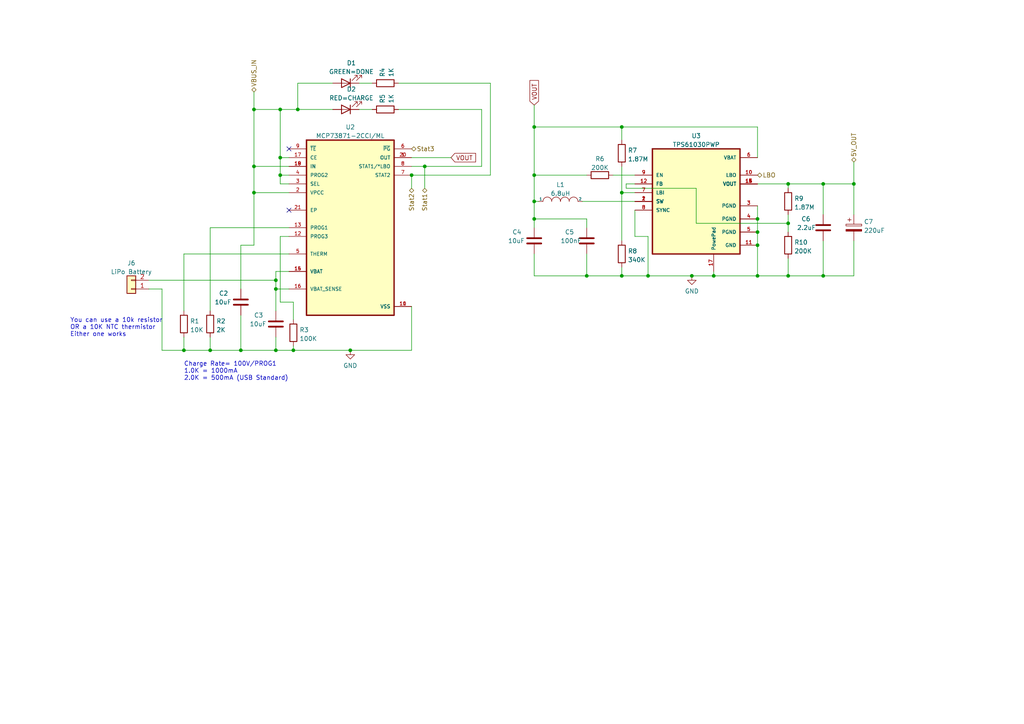
<source format=kicad_sch>
(kicad_sch (version 20211123) (generator eeschema)
  (paper "A4")
  (lib_symbols
    (symbol "Connector_Generic:Conn_01x02" (pin_names (offset 1.016) hide)
      (property "Reference" "J" (at 0 2.54 0))
      (property "Value" "Conn_01x02" (at 0 -5.08 0))
      (symbol "Conn_01x02_1_1"
        (rectangle (start -1.27 -2.413) (end 0 -2.667) (stroke (width 0.1524)))
        (rectangle (start -1.27 0.127) (end 0 -0.127) (stroke (width 0.1524)))
        (rectangle (start -1.27 1.27) (end 1.27 -3.81) (stroke (width 0.254)) (fill (type background)))
        (pin passive line (at -5.08 0 0) (length 3.81) (name "Pin_1") (number "1"))
        (pin passive line (at -5.08 -2.54 0) (length 3.81) (name "Pin_2") (number "2"))
      )
    )
    (symbol "Device:C" (pin_numbers hide) (pin_names (offset 0.254))
      (property "Reference" "C" (at 0.635 2.54 0))
      (property "Value" "C" (at 0.635 -2.54 0))
      (symbol "C_0_1"
        (polyline (pts (xy -2.032 -0.762) (xy 2.032 -0.762)) (stroke (width 0.508)))
        (polyline (pts (xy -2.032 0.762) (xy 2.032 0.762)) (stroke (width 0.508)))
      )
      (symbol "C_1_1"
        (pin passive line (at 0 3.81 270) (length 2.794) (name "~") (number "1"))
        (pin passive line (at 0 -3.81 90) (length 2.794) (name "~") (number "2"))
      )
    )
    (symbol "Device:C_Polarized" (pin_numbers hide) (pin_names (offset 0.254))
      (property "Reference" "C" (at 0.635 2.54 0))
      (property "Value" "C_Polarized" (at 0.635 -2.54 0))
      (symbol "C_Polarized_0_1"
        (rectangle (start -2.286 0.508) (end 2.286 1.016))
        (polyline (pts (xy -1.778 2.286) (xy -0.762 2.286)))
        (polyline (pts (xy -1.27 2.794) (xy -1.27 1.778)))
        (rectangle (start 2.286 -0.508) (end -2.286 -1.016) (fill (type outline)))
      )
      (symbol "C_Polarized_1_1"
        (pin passive line (at 0 3.81 270) (length 2.794) (name "~") (number "1"))
        (pin passive line (at 0 -3.81 90) (length 2.794) (name "~") (number "2"))
      )
    )
    (symbol "Device:LED" (pin_numbers hide) (pin_names (offset 1.016) hide)
      (property "Reference" "D" (at 0 2.54 0))
      (property "Value" "LED" (at 0 -2.54 0))
      (symbol "LED_0_1"
        (polyline (pts (xy -1.27 -1.27) (xy -1.27 1.27)) (stroke (width 0.254)))
        (polyline (pts (xy -1.27 0) (xy 1.27 0)))
        (polyline (pts (xy 1.27 -1.27) (xy 1.27 1.27) (xy -1.27 0) (xy 1.27 -1.27)) (stroke (width 0.254)))
        (polyline (pts (xy -3.048 -0.762) (xy -4.572 -2.286) (xy -3.81 -2.286) (xy -4.572 -2.286) (xy -4.572 -1.524)))
        (polyline (pts (xy -1.778 -0.762) (xy -3.302 -2.286) (xy -2.54 -2.286) (xy -3.302 -2.286) (xy -3.302 -1.524)))
      )
      (symbol "LED_1_1"
        (pin passive line (at -3.81 0 0) (length 2.54) (name "K") (number "1"))
        (pin passive line (at 3.81 0 180) (length 2.54) (name "A") (number "2"))
      )
    )
    (symbol "Device:R" (pin_numbers hide) (pin_names (offset 0))
      (property "Reference" "R" (at 2.032 0 90))
      (property "Value" "R" (at 0 0 90))
      (symbol "R_0_1"
        (rectangle (start -1.016 -2.54) (end 1.016 2.54) (stroke (width 0.254)))
      )
      (symbol "R_1_1"
        (pin passive line (at 0 3.81 270) (length 1.27) (name "~") (number "1"))
        (pin passive line (at 0 -3.81 90) (length 1.27) (name "~") (number "2"))
      )
    )
    (symbol "MCP73871-2CCI_ML:MCP73871-2CCI{slash}ML" (pin_names (offset 1.016))
      (property "Reference" "U" (at -12.7 26.3906 0))
      (property "Value" "MCP73871-2CCI{slash}ML" (at -12.7 -29.3878 0))
      (symbol "MCP73871-2CCI{slash}ML_0_0"
        (rectangle (start -12.7 -25.4) (end 12.7 25.4) (stroke (width 0.4064)) (fill (type background)))
        (pin output line (at 17.78 20.32 180) (length 5.08) (name "OUT") (number "1"))
        (pin power_in line (at 17.78 -22.86 180) (length 5.08) (name "VSS") (number "10"))
        (pin power_in line (at 17.78 -22.86 180) (length 5.08) (name "VSS") (number "11"))
        (pin bidirectional line (at -17.78 -2.54 0) (length 5.08) (name "PROG3") (number "12"))
        (pin bidirectional line (at -17.78 0 0) (length 5.08) (name "PROG1") (number "13"))
        (pin bidirectional line (at -17.78 -12.7 0) (length 5.08) (name "VBAT") (number "14"))
        (pin bidirectional line (at -17.78 -12.7 0) (length 5.08) (name "VBAT") (number "15"))
        (pin bidirectional line (at -17.78 -17.78 0) (length 5.08) (name "VBAT_SENSE") (number "16"))
        (pin input line (at -17.78 20.32 0) (length 5.08) (name "CE") (number "17"))
        (pin input line (at -17.78 17.78 0) (length 5.08) (name "IN") (number "18"))
        (pin input line (at -17.78 17.78 0) (length 5.08) (name "IN") (number "19"))
        (pin input line (at -17.78 10.16 0) (length 5.08) (name "VPCC") (number "2"))
        (pin output line (at 17.78 20.32 180) (length 5.08) (name "OUT") (number "20"))
        (pin bidirectional line (at -17.78 5.08 0) (length 5.08) (name "EP") (number "21"))
        (pin input line (at -17.78 12.7 0) (length 5.08) (name "SEL") (number "3"))
        (pin input line (at -17.78 15.24 0) (length 5.08) (name "PROG2") (number "4"))
        (pin bidirectional line (at -17.78 -7.62 0) (length 5.08) (name "THERM") (number "5"))
        (pin output line (at 17.78 22.86 180) (length 5.08) (name "~{PG}") (number "6"))
        (pin output line (at 17.78 15.24 180) (length 5.08) (name "STAT2") (number "7"))
        (pin output line (at 17.78 17.78 180) (length 5.08) (name "STAT1/*LBO") (number "8"))
        (pin input line (at -17.78 22.86 0) (length 5.08) (name "~{TE}") (number "9"))
      )
    )
    (symbol "TPS61030PWP:TPS61030PWP" (pin_names (offset 1.016))
      (property "Reference" "U" (at -12.7 16.2306 0))
      (property "Value" "TPS61030PWP" (at -12.7 -19.2278 0))
      (symbol "TPS61030PWP_0_0"
        (rectangle (start -12.7 -15.24) (end 12.7 15.24) (stroke (width 0.4064)) (fill (type background)))
        (pin input line (at -17.78 0 0) (length 5.08) (name "SW") (number "1"))
        (pin output line (at 17.78 7.62 180) (length 5.08) (name "LBO") (number "10"))
        (pin input line (at 17.78 -12.7 180) (length 5.08) (name "GND") (number "11"))
        (pin input line (at -17.78 5.08 0) (length 5.08) (name "FB") (number "12"))
        (pin output line (at 17.78 5.08 180) (length 5.08) (name "VOUT") (number "13"))
        (pin output line (at 17.78 5.08 180) (length 5.08) (name "VOUT") (number "14"))
        (pin output line (at 17.78 5.08 180) (length 5.08) (name "VOUT") (number "15"))
        (pin input line (at 5.08 -20.32 90) (length 5.08) (name "PowePad") (number "17"))
        (pin input line (at -17.78 0 0) (length 5.08) (name "SW") (number "2"))
        (pin input line (at 17.78 -1.27 180) (length 5.08) (name "PGND") (number "3"))
        (pin input line (at 17.78 -5.08 180) (length 5.08) (name "PGND") (number "4"))
        (pin input line (at 17.78 -8.89 180) (length 5.08) (name "PGND") (number "5"))
        (pin power_in line (at 17.78 12.7 180) (length 5.08) (name "VBAT") (number "6"))
        (pin input line (at -17.78 2.54 0) (length 5.08) (name "LBI") (number "7"))
        (pin input line (at -17.78 -2.54 0) (length 5.08) (name "SYNC") (number "8"))
        (pin input line (at -17.78 7.62 0) (length 5.08) (name "EN") (number "9"))
      )
    )
    (symbol "power:GND" (power) (pin_names (offset 0))
      (property "Value" "GND" (at 0 -3.81 0))
      (symbol "GND_0_1"
        (polyline (pts (xy 0 0) (xy 0 -1.27) (xy 1.27 -1.27) (xy 0 -2.54) (xy -1.27 -1.27) (xy 0 -1.27)))
      )
      (symbol "GND_1_1"
        (pin power_in line (at 0 0 270) (length 0) hide (name "GND") (number "1"))
      )
    )
    (symbol "pspice:INDUCTOR" (pin_numbers hide) (pin_names (offset 0))
      (property "Reference" "L" (at 0 2.54 0))
      (property "Value" "INDUCTOR" (at 0 -1.27 0))
      (symbol "INDUCTOR_0_1"
        (arc (start -2.54 0) (mid -3.81 1.27) (end -5.08 0))
        (arc (start 0 0) (mid -1.27 1.27) (end -2.54 0))
        (arc (start 2.54 0) (mid 1.27 1.27) (end 0 0))
        (arc (start 5.08 0) (mid 3.81 1.27) (end 2.54 0))
      )
      (symbol "INDUCTOR_1_1"
        (pin input line (at -6.35 0 0) (length 1.27) (name "1") (number "1"))
        (pin input line (at 6.35 0 180) (length 1.27) (name "2") (number "2"))
      )
    )
  )
  (junction (at 219.71 71.12))
  (junction (at 219.71 63.5))
  (junction (at 238.76 53.34))
  (junction (at 73.66 48.26))
  (junction (at 219.71 80.01))
  (junction (at 228.6 80.01))
  (junction (at 81.28 45.72))
  (junction (at 180.34 36.83))
  (junction (at 154.94 36.83))
  (junction (at 180.34 80.01))
  (junction (at 73.66 31.75))
  (junction (at 69.85 101.6))
  (junction (at 119.38 50.8))
  (junction (at 187.96 80.01))
  (junction (at 81.28 31.75))
  (junction (at 80.01 101.6))
  (junction (at 154.94 50.8))
  (junction (at 228.6 53.34))
  (junction (at 247.65 53.34))
  (junction (at 154.94 58.42))
  (junction (at 207.01 80.01))
  (junction (at 180.34 55.88))
  (junction (at 238.76 80.01))
  (junction (at 101.6 101.6))
  (junction (at 154.94 63.5))
  (junction (at 53.34 101.6))
  (junction (at 80.01 83.82))
  (junction (at 123.19 48.26))
  (junction (at 60.96 101.6))
  (junction (at 73.66 55.88))
  (junction (at 219.71 67.31))
  (junction (at 200.66 80.01))
  (junction (at 170.18 80.01))
  (junction (at 86.36 31.75))
  (junction (at 80.01 81.28))
  (junction (at 228.6 64.77))
  (junction (at 85.09 101.6))
  (junction (at 81.28 50.8))
  (no_connect (at 83.82 43.18))
  (no_connect (at 83.82 60.96))
  (wire (pts (xy 60.96 97.79) (xy 60.96 101.6)))
  (wire (pts (xy 228.6 74.93) (xy 228.6 80.01)))
  (wire (pts (xy 177.8 50.8) (xy 184.15 50.8)))
  (wire (pts (xy 228.6 62.23) (xy 228.6 64.77)))
  (wire (pts (xy 180.34 36.83) (xy 154.94 36.83)))
  (wire (pts (xy 180.34 80.01) (xy 187.96 80.01)))
  (wire (pts (xy 83.82 83.82) (xy 80.01 83.82)))
  (wire (pts (xy 119.38 101.6) (xy 101.6 101.6)))
  (wire (pts (xy 119.38 48.26) (xy 123.19 48.26)))
  (wire (pts (xy 119.38 45.72) (xy 130.81 45.72)))
  (wire (pts (xy 219.71 36.83) (xy 180.34 36.83)))
  (wire (pts (xy 238.76 69.85) (xy 238.76 80.01)))
  (wire (pts (xy 170.18 66.04) (xy 170.18 63.5)))
  (wire (pts (xy 60.96 66.04) (xy 60.96 90.17)))
  (wire (pts (xy 154.94 73.66) (xy 154.94 80.01)))
  (wire (pts (xy 123.19 48.26) (xy 123.19 54.61)))
  (wire (pts (xy 154.94 58.42) (xy 154.94 63.5)))
  (wire (pts (xy 73.66 55.88) (xy 83.82 55.88)))
  (wire (pts (xy 247.65 46.99) (xy 247.65 53.34)))
  (wire (pts (xy 238.76 53.34) (xy 247.65 53.34)))
  (wire (pts (xy 115.57 31.75) (xy 139.7 31.75)))
  (wire (pts (xy 73.66 31.75) (xy 73.66 48.26)))
  (wire (pts (xy 154.94 80.01) (xy 170.18 80.01)))
  (wire (pts (xy 187.96 80.01) (xy 200.66 80.01)))
  (wire (pts (xy 81.28 31.75) (xy 81.28 45.72)))
  (wire (pts (xy 181.61 53.34) (xy 181.61 54.61)))
  (wire (pts (xy 104.14 24.13) (xy 107.95 24.13)))
  (wire (pts (xy 119.38 88.9) (xy 119.38 101.6)))
  (wire (pts (xy 207.01 80.01) (xy 200.66 80.01)))
  (wire (pts (xy 139.7 48.26) (xy 139.7 31.75)))
  (wire (pts (xy 228.6 53.34) (xy 238.76 53.34)))
  (wire (pts (xy 73.66 71.12) (xy 69.85 71.12)))
  (wire (pts (xy 43.18 81.28) (xy 80.01 81.28)))
  (wire (pts (xy 154.94 50.8) (xy 170.18 50.8)))
  (wire (pts (xy 119.38 50.8) (xy 119.38 54.61)))
  (wire (pts (xy 69.85 71.12) (xy 69.85 83.82)))
  (wire (pts (xy 228.6 53.34) (xy 228.6 54.61)))
  (wire (pts (xy 85.09 100.33) (xy 85.09 101.6)))
  (wire (pts (xy 83.82 73.66) (xy 53.34 73.66)))
  (wire (pts (xy 73.66 55.88) (xy 73.66 71.12)))
  (wire (pts (xy 73.66 31.75) (xy 81.28 31.75)))
  (wire (pts (xy 247.65 80.01) (xy 238.76 80.01)))
  (wire (pts (xy 86.36 31.75) (xy 96.52 31.75)))
  (wire (pts (xy 73.66 48.26) (xy 83.82 48.26)))
  (wire (pts (xy 181.61 54.61) (xy 201.93 54.61)))
  (wire (pts (xy 83.82 53.34) (xy 81.28 53.34)))
  (wire (pts (xy 53.34 101.6) (xy 60.96 101.6)))
  (wire (pts (xy 219.71 71.12) (xy 219.71 80.01)))
  (wire (pts (xy 83.82 68.58) (xy 81.28 68.58)))
  (wire (pts (xy 73.66 48.26) (xy 73.66 55.88)))
  (wire (pts (xy 86.36 24.13) (xy 86.36 31.75)))
  (wire (pts (xy 81.28 53.34) (xy 81.28 50.8)))
  (wire (pts (xy 81.28 50.8) (xy 81.28 45.72)))
  (wire (pts (xy 80.01 83.82) (xy 80.01 90.17)))
  (wire (pts (xy 180.34 55.88) (xy 184.15 55.88)))
  (wire (pts (xy 238.76 80.01) (xy 228.6 80.01)))
  (wire (pts (xy 53.34 97.79) (xy 53.34 101.6)))
  (wire (pts (xy 142.24 50.8) (xy 142.24 24.13)))
  (wire (pts (xy 81.28 68.58) (xy 81.28 87.63)))
  (wire (pts (xy 80.01 101.6) (xy 85.09 101.6)))
  (wire (pts (xy 53.34 73.66) (xy 53.34 90.17)))
  (wire (pts (xy 184.15 60.96) (xy 184.15 68.58)))
  (wire (pts (xy 81.28 31.75) (xy 86.36 31.75)))
  (wire (pts (xy 219.71 63.5) (xy 219.71 67.31)))
  (wire (pts (xy 201.93 54.61) (xy 201.93 64.77)))
  (wire (pts (xy 170.18 80.01) (xy 180.34 80.01)))
  (wire (pts (xy 219.71 53.34) (xy 228.6 53.34)))
  (wire (pts (xy 81.28 87.63) (xy 85.09 87.63)))
  (wire (pts (xy 73.66 26.67) (xy 73.66 31.75)))
  (wire (pts (xy 46.99 83.82) (xy 46.99 101.6)))
  (wire (pts (xy 154.94 30.48) (xy 154.94 36.83)))
  (wire (pts (xy 154.94 36.83) (xy 154.94 50.8)))
  (wire (pts (xy 170.18 73.66) (xy 170.18 80.01)))
  (wire (pts (xy 69.85 101.6) (xy 80.01 101.6)))
  (wire (pts (xy 83.82 45.72) (xy 81.28 45.72)))
  (wire (pts (xy 83.82 66.04) (xy 60.96 66.04)))
  (wire (pts (xy 180.34 55.88) (xy 180.34 69.85)))
  (wire (pts (xy 228.6 64.77) (xy 228.6 67.31)))
  (wire (pts (xy 180.34 77.47) (xy 180.34 80.01)))
  (wire (pts (xy 85.09 101.6) (xy 101.6 101.6)))
  (wire (pts (xy 180.34 36.83) (xy 180.34 40.64)))
  (wire (pts (xy 43.18 83.82) (xy 46.99 83.82)))
  (wire (pts (xy 219.71 80.01) (xy 207.01 80.01)))
  (wire (pts (xy 247.65 53.34) (xy 247.65 62.23)))
  (wire (pts (xy 201.93 64.77) (xy 228.6 64.77)))
  (wire (pts (xy 219.71 67.31) (xy 219.71 71.12)))
  (wire (pts (xy 184.15 53.34) (xy 181.61 53.34)))
  (wire (pts (xy 238.76 53.34) (xy 238.76 62.23)))
  (wire (pts (xy 80.01 78.74) (xy 80.01 81.28)))
  (wire (pts (xy 154.94 58.42) (xy 156.21 58.42)))
  (wire (pts (xy 60.96 101.6) (xy 69.85 101.6)))
  (wire (pts (xy 85.09 87.63) (xy 85.09 92.71)))
  (wire (pts (xy 154.94 63.5) (xy 154.94 66.04)))
  (wire (pts (xy 207.01 78.74) (xy 207.01 80.01)))
  (wire (pts (xy 219.71 45.72) (xy 219.71 36.83)))
  (wire (pts (xy 104.14 31.75) (xy 107.95 31.75)))
  (wire (pts (xy 247.65 69.85) (xy 247.65 80.01)))
  (wire (pts (xy 96.52 24.13) (xy 86.36 24.13)))
  (wire (pts (xy 219.71 59.69) (xy 219.71 63.5)))
  (wire (pts (xy 180.34 48.26) (xy 180.34 55.88)))
  (wire (pts (xy 228.6 80.01) (xy 219.71 80.01)))
  (wire (pts (xy 168.91 58.42) (xy 184.15 58.42)))
  (wire (pts (xy 119.38 50.8) (xy 142.24 50.8)))
  (wire (pts (xy 46.99 101.6) (xy 53.34 101.6)))
  (wire (pts (xy 83.82 78.74) (xy 80.01 78.74)))
  (wire (pts (xy 187.96 68.58) (xy 187.96 80.01)))
  (wire (pts (xy 123.19 48.26) (xy 139.7 48.26)))
  (wire (pts (xy 142.24 24.13) (xy 115.57 24.13)))
  (wire (pts (xy 80.01 83.82) (xy 80.01 81.28)))
  (wire (pts (xy 80.01 97.79) (xy 80.01 101.6)))
  (wire (pts (xy 83.82 50.8) (xy 81.28 50.8)))
  (wire (pts (xy 154.94 63.5) (xy 170.18 63.5)))
  (wire (pts (xy 154.94 50.8) (xy 154.94 58.42)))
  (wire (pts (xy 69.85 91.44) (xy 69.85 101.6)))
  (wire (pts (xy 184.15 68.58) (xy 187.96 68.58)))
  (text "Charge Rate= 100V/PROG1\n1.0K = 1000mA\n2.0K = 500mA (USB Standard)\n" (at 53.34 110.49 0) (effects (font (size 1.27 1.27)) (justify left bottom)))
  (text "You can use a 10k resistor\nOR a 10K NTC thermistor\nEither one works" (at 20.32 97.79 0) (effects (font (size 1.27 1.27)) (justify left bottom)))
  (global_label "VOUT" (shape input) (at 154.94 30.48 90) (property "Intersheet References" "${INTERSHEET_REFS}" (effects hide)))
  (global_label "VOUT" (shape input) (at 130.81 45.72 0) (property "Intersheet References" "${INTERSHEET_REFS}" (effects hide)))
  (hierarchical_label "Stat2" (shape bidirectional) (at 119.38 54.61 270))
  (hierarchical_label "5V_OUT" (shape bidirectional) (at 247.65 46.99 90))
  (hierarchical_label "LBO" (shape bidirectional) (at 219.71 50.8 0))
  (hierarchical_label "VBUS_IN" (shape bidirectional) (at 73.66 26.67 90))
  (hierarchical_label "Stat3" (shape bidirectional) (at 119.38 43.18 0))
  (hierarchical_label "Stat1" (shape bidirectional) (at 123.19 54.61 270))
  (symbol (lib_id "Device:LED") (at 100.33 31.75 180) (unit 1)
    (property "Reference" "D2" (at 101.9175 25.8912 0))
    (property "Value" "RED=CHARGE" (at 101.9175 28.4281 0))
    (property "Footprint" "LED_SMD:LED_1206_3216Metric" (effects hide))
  )
  (symbol (lib_id "Connector_Generic:Conn_01x02") (at 38.1 83.82 180) (unit 1)
    (property "Reference" "J6" (at 38.1 76.3102 0))
    (property "Value" "LiPo Battery" (at 38.1 78.8471 0))
    (property "Footprint" "Connector_PinHeader_2.54mm:PinHeader_1x02_P2.54mm_Vertical" (effects hide))
  )
  (symbol (lib_id "Device:R") (at 180.34 44.45 180) (unit 1)
    (property "Reference" "R7" (at 182.118 43.6153 0) (effects (justify right)))
    (property "Value" "1.87M" (at 182.118 46.1522 0) (effects (justify right)))
    (property "Footprint" "Resistor_SMD:R_1206_3216Metric" (effects hide))
  )
  (symbol (lib_id "Device:C") (at 170.18 69.85 0) (unit 1)
    (property "Reference" "C5" (at 163.83 67.31 0) (effects (justify left)))
    (property "Value" "100nF" (at 162.56 69.85 0) (effects (justify left)))
    (property "Footprint" "Capacitor_SMD:C_1206_3216Metric" (effects hide))
  )
  (symbol (lib_id "MCP73871-2CCI_ML:MCP73871-2CCI{slash}ML") (at 101.6 66.04 0) (unit 1)
    (property "Reference" "U2" (at 101.6 36.864 0))
    (property "Value" "MCP73871-2CCI/ML" (at 101.6 39.4009 0))
    (property "Footprint" "MCP73871-2CCI_ML:QFN50P400X400X100-21N" (effects hide))
  )
  (symbol (lib_id "power:GND") (at 101.6 101.6 0) (unit 1)
    (property "Reference" "#PWR016" (effects hide))
    (property "Value" "GND" (at 101.6 106.0434 0))
  )
  (symbol (lib_id "Device:R") (at 111.76 24.13 270) (unit 1)
    (property "Reference" "R4" (at 110.9253 22.352 0) (effects (justify right)))
    (property "Value" "1K" (at 113.4622 22.352 0) (effects (justify right)))
    (property "Footprint" "Resistor_SMD:R_1206_3216Metric" (effects hide))
  )
  (symbol (lib_id "Device:LED") (at 100.33 24.13 180) (unit 1)
    (property "Reference" "D1" (at 101.9175 18.2712 0))
    (property "Value" "GREEN=DONE" (at 101.9175 20.8081 0))
    (property "Footprint" "LED_SMD:LED_1206_3216Metric" (effects hide))
  )
  (symbol (lib_id "pspice:INDUCTOR") (at 162.56 58.42 0) (unit 1)
    (property "Reference" "L1" (at 162.56 53.5772 0))
    (property "Value" "6.8uH" (at 162.56 56.1141 0))
    (property "Footprint" "Inductor_SMD:L_Bourns-SRN8040_8x8.15mm" (effects hide))
  )
  (symbol (lib_id "Device:C") (at 80.01 93.98 0) (unit 1)
    (property "Reference" "C3" (at 73.66 91.44 0) (effects (justify left)))
    (property "Value" "10uF" (at 72.39 93.98 0) (effects (justify left)))
    (property "Footprint" "Capacitor_SMD:C_1206_3216Metric" (effects hide))
  )
  (symbol (lib_id "Device:R") (at 173.99 50.8 270) (unit 1)
    (property "Reference" "R6" (at 173.99 46.0842 90))
    (property "Value" "200K" (at 173.99 48.6211 90))
    (property "Footprint" "Resistor_SMD:R_1206_3216Metric" (effects hide))
  )
  (symbol (lib_id "Device:R") (at 85.09 96.52 180) (unit 1)
    (property "Reference" "R3" (at 86.868 95.6853 0) (effects (justify right)))
    (property "Value" "100K" (at 86.868 98.2222 0) (effects (justify right)))
    (property "Footprint" "Resistor_SMD:R_1206_3216Metric" (effects hide))
  )
  (symbol (lib_id "Device:C") (at 69.85 87.63 0) (unit 1)
    (property "Reference" "C2" (at 63.5 85.09 0) (effects (justify left)))
    (property "Value" "10uF" (at 62.23 87.63 0) (effects (justify left)))
    (property "Footprint" "Capacitor_SMD:C_1206_3216Metric" (effects hide))
  )
  (symbol (lib_id "Device:R") (at 228.6 71.12 0) (unit 1)
    (property "Reference" "R10" (at 230.378 70.2853 0) (effects (justify left)))
    (property "Value" "200K" (at 230.378 72.8222 0) (effects (justify left)))
    (property "Footprint" "Resistor_SMD:R_1206_3216Metric" (effects hide))
  )
  (symbol (lib_id "Device:C") (at 154.94 69.85 0) (unit 1)
    (property "Reference" "C4" (at 148.59 67.31 0) (effects (justify left)))
    (property "Value" "10uF" (at 147.32 69.85 0) (effects (justify left)))
    (property "Footprint" "Capacitor_SMD:C_1206_3216Metric" (effects hide))
  )
  (symbol (lib_id "Device:R") (at 60.96 93.98 180) (unit 1)
    (property "Reference" "R2" (at 62.738 93.1453 0) (effects (justify right)))
    (property "Value" "2K" (at 62.738 95.6822 0) (effects (justify right)))
    (property "Footprint" "Resistor_SMD:R_1206_3216Metric" (effects hide))
  )
  (symbol (lib_id "Device:C") (at 238.76 66.04 0) (unit 1)
    (property "Reference" "C6" (at 232.41 63.5 0) (effects (justify left)))
    (property "Value" "2.2uF" (at 231.14 66.04 0) (effects (justify left)))
    (property "Footprint" "Capacitor_SMD:C_1206_3216Metric" (effects hide))
  )
  (symbol (lib_id "Device:R") (at 111.76 31.75 270) (unit 1)
    (property "Reference" "R5" (at 110.9253 29.972 0) (effects (justify right)))
    (property "Value" "1K" (at 113.4622 29.972 0) (effects (justify right)))
    (property "Footprint" "Resistor_SMD:R_1206_3216Metric" (effects hide))
  )
  (symbol (lib_id "Device:R") (at 228.6 58.42 180) (unit 1)
    (property "Reference" "R9" (at 230.378 57.5853 0) (effects (justify right)))
    (property "Value" "1.87M" (at 230.378 60.1222 0) (effects (justify right)))
    (property "Footprint" "Resistor_SMD:R_1206_3216Metric" (effects hide))
  )
  (symbol (lib_id "Device:R") (at 180.34 73.66 180) (unit 1)
    (property "Reference" "R8" (at 182.118 72.8253 0) (effects (justify right)))
    (property "Value" "340K" (at 182.118 75.3622 0) (effects (justify right)))
    (property "Footprint" "Resistor_SMD:R_1206_3216Metric" (effects hide))
  )
  (symbol (lib_id "power:GND") (at 200.66 80.01 0) (unit 1)
    (property "Reference" "#PWR017" (effects hide))
    (property "Value" "GND" (at 200.66 84.4534 0))
  )
  (symbol (lib_id "Device:R") (at 53.34 93.98 180) (unit 1)
    (property "Reference" "R1" (at 55.118 93.1453 0) (effects (justify right)))
    (property "Value" "10K" (at 55.118 95.6822 0) (effects (justify right)))
    (property "Footprint" "Resistor_SMD:R_1206_3216Metric" (effects hide))
  )
  (symbol (lib_id "Device:C_Polarized") (at 247.65 66.04 0) (unit 1)
    (property "Reference" "C7" (at 250.571 64.3163 0) (effects (justify left)))
    (property "Value" "220uF" (at 250.571 66.8532 0) (effects (justify left)))
    (property "Footprint" "Capacitor_SMD:CP_Elec_6.3x7.7" (effects hide))
  )
  (symbol (lib_id "TPS61030PWP:TPS61030PWP") (at 201.93 58.42 0) (unit 1)
    (property "Reference" "U3" (at 201.93 39.404 0))
    (property "Value" "TPS61030PWP" (at 201.93 41.9409 0))
    (property "Footprint" "TPS61030PWP:SOP65P640X120-17N" (effects hide))
  )
)
</source>
